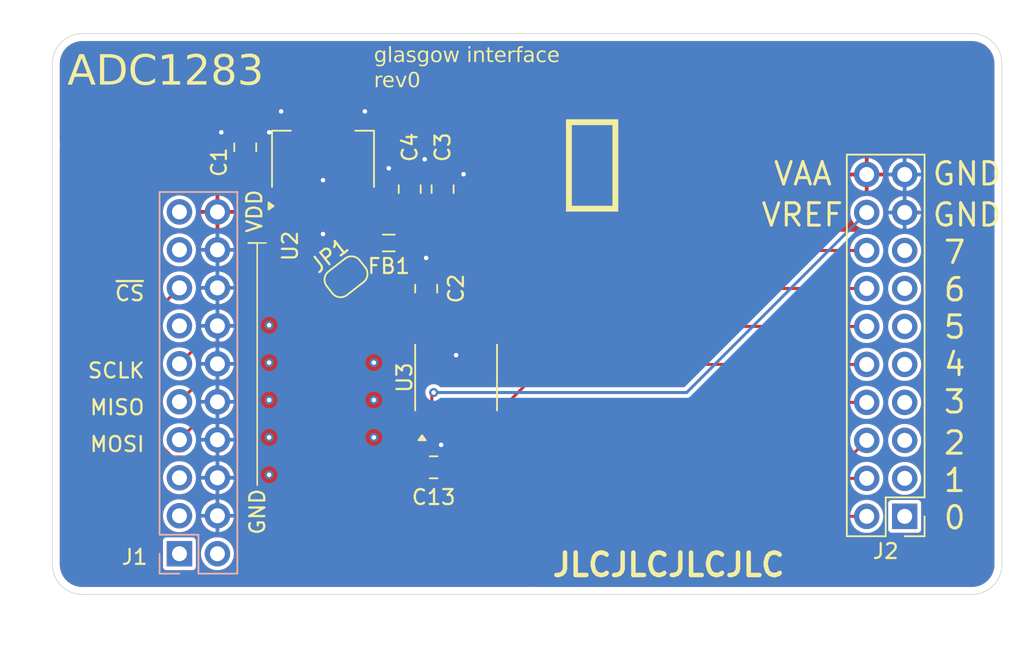
<source format=kicad_pcb>
(kicad_pcb (version 20240108) (generator "pcbnew") (generator_version "8.0")
  (layers (0 "F.Cu" signal) (1 "In1.Cu" signal) (2 "In2.Cu" signal) (31 "B.Cu" signal) (34 "B.Paste" user) (35 "F.Paste" user) (36 "B.SilkS" user "B.Silkscreen") (37 "F.SilkS" user "F.Silkscreen") (38 "B.Mask" user) (39 "F.Mask" user) (44 "Edge.Cuts" user))
  (net 0 "")
  (net 1 "VDD")
  (net 2 "GND")
  (net 3 "VAA")
  (net 4 "/AIN0N")
  (net 5 "/AIN1N")
  (net 6 "/AIN2N")
  (net 7 "/AIN3N")
  (net 8 "/AIN4N")
  (net 9 "/AIN5N")
  (net 10 "/AIN6N")
  (net 11 "/AIN7N")
  (net 13 "/VREFIN")
  (net 14 "/SCLK")
  (net 15 "/MOSI")
  (net 16 "/MISO")
  (net 17 "/~{CS}")
  (net 26 "Net-(JP1-B)")
  (footprint "Capacitor_SMD:C_0805_2012Metric" (layer "F.Cu") (at 117.6 98.4 90)
    (property "Reference" "C3" (at 2.8 0 -90) (layer "F.SilkS"))
    (property "Value" "4.7uF")
    (fp_line (start -0.261253 -0.735) (end 0.261253 -0.735) (stroke (width 0.12)) (layer "F.SilkS"))
    (fp_line (start -0.261253 0.735) (end 0.261253 0.735) (stroke (width 0.12)) (layer "F.SilkS"))
    (pad "1" smd roundrect (at -0.949999 0 90) (size 1 1.45) (layers "F.Cu" "F.Paste" "F.Mask") (net 3 "VAA"))
    (pad "2" smd roundrect (at 0.949999 0 90) (size 1 1.45) (layers "F.Cu" "F.Paste" "F.Mask") (net 2 "GND"))
  )
  (footprint "Package_TO_SOT_SMD:SOT-223-3_TabPin2" (layer "F.Cu") (at 109.6 96.4 90)
    (property "Reference" "U2" (at -5.8 -2.2 -90) (layer "F.SilkS"))
    (property "Value" "LT1963AxST-3.3")
    (fp_line (start -1.85 -3.410001) (end 1.91 -3.41) (stroke (width 0.12)) (layer "F.SilkS"))
    (fp_line (start 1.91 -3.41) (end 1.91 -2.150001) (stroke (width 0.12)) (layer "F.SilkS"))
    (fp_line (start 1.91 3.41) (end 1.91 2.150001) (stroke (width 0.12)) (layer "F.SilkS"))
    (fp_line (start -1.85 3.410001) (end 1.91 3.41) (stroke (width 0.12)) (layer "F.SilkS"))
    (fp_poly (pts (xy -3.13 -3.31) (xy -3.37 -3.64) (xy -2.89 -3.64) (xy -3.13 -3.31)) (stroke (width 0.12)) (fill solid) (layer "F.SilkS"))
    (pad "1" smd roundrect (at -3.15 -2.3 90) (size 2 1.5) (layers "F.Cu" "F.Paste" "F.Mask") (net 1 "VDD"))
    (pad "2" smd roundrect (at -3.149999 0 90) (size 2 1.5) (layers "F.Cu" "F.Paste" "F.Mask") (net 2 "GND"))
    (pad "2" smd roundrect (at 3.149999 0 90) (size 2 3.8) (layers "F.Cu" "F.Paste" "F.Mask") (net 2 "GND"))
    (pad "3" smd roundrect (at -3.15 2.3 90) (size 2 1.5) (layers "F.Cu" "F.Paste" "F.Mask") (net 26 "Net-(JP1-B)"))
  )
  (footprint "Package_SO:TSSOP-16_4.4x5mm_P0.65mm" (layer "F.Cu") (at 118.5 111 90)
    (property "Reference" "U3" (at 0 -3.449999 270) (layer "F.SilkS"))
    (property "Value" "ADC1283")
    (fp_line (start 0 -2.735) (end 2.2 -2.735) (stroke (width 0.12)) (layer "F.SilkS"))
    (fp_line (start 0 -2.735) (end -2.2 -2.735) (stroke (width 0.12)) (layer "F.SilkS"))
    (fp_line (start 0 2.735) (end 2.2 2.735) (stroke (width 0.12)) (layer "F.SilkS"))
    (fp_line (start 0 2.735) (end -2.2 2.735) (stroke (width 0.12)) (layer "F.SilkS"))
    (fp_poly (pts (xy -3.86 -2.275) (xy -4.19 -2.515) (xy -4.19 -2.035) (xy -3.86 -2.275)) (stroke (width 0.12)) (fill solid) (layer "F.SilkS"))
    (pad "1" smd roundrect (at -2.8625 -2.275 90) (size 1.475 0.4) (layers "F.Cu" "F.Paste" "F.Mask") (net 17 "/~{CS}"))
    (pad "2" smd roundrect (at -2.8625 -1.625 90) (size 1.475 0.4) (layers "F.Cu" "F.Paste" "F.Mask") (net 13 "/VREFIN"))
    (pad "3" smd roundrect (at -2.8625 -0.975 90) (size 1.475 0.4) (layers "F.Cu" "F.Paste" "F.Mask") (net 2 "GND"))
    (pad "4" smd roundrect (at -2.8625 -0.325 90) (size 1.475 0.4) (layers "F.Cu" "F.Paste" "F.Mask") (net 4 "/AIN0N"))
    (pad "5" smd roundrect (at -2.8625 0.325 90) (size 1.475 0.4) (layers "F.Cu" "F.Paste" "F.Mask") (net 5 "/AIN1N"))
    (pad "6" smd roundrect (at -2.8625 0.975 90) (size 1.475 0.4) (layers "F.Cu" "F.Paste" "F.Mask") (net 6 "/AIN2N"))
    (pad "7" smd roundrect (at -2.8625 1.625 90) (size 1.475 0.4) (layers "F.Cu" "F.Paste" "F.Mask") (net 7 "/AIN3N"))
    (pad "8" smd roundrect (at -2.8625 2.275 90) (size 1.475 0.4) (layers "F.Cu" "F.Paste" "F.Mask") (net 8 "/AIN4N"))
    (pad "9" smd roundrect (at 2.8625 2.275 90) (size 1.475 0.4) (layers "F.Cu" "F.Paste" "F.Mask") (net 9 "/AIN5N"))
    (pad "10" smd roundrect (at 2.8625 1.625 90) (size 1.475 0.4) (layers "F.Cu" "F.Paste" "F.Mask") (net 10 "/AIN6N"))
    (pad "11" smd roundrect (at 2.8625 0.975 90) (size 1.475 0.4) (layers "F.Cu" "F.Paste" "F.Mask") (net 11 "/AIN7N"))
    (pad "12" smd roundrect (at 2.8625 0.325 90) (size 1.475 0.4) (layers "F.Cu" "F.Paste" "F.Mask") (net 2 "GND"))
    (pad "13" smd roundrect (at 2.8625 -0.325 90) (size 1.475 0.4) (layers "F.Cu" "F.Paste" "F.Mask") (net 1 "VDD"))
    (pad "14" smd roundrect (at 2.8625 -0.975 90) (size 1.475 0.4) (layers "F.Cu" "F.Paste" "F.Mask") (net 15 "/MOSI"))
    (pad "15" smd roundrect (at 2.8625 -1.625 90) (size 1.475 0.4) (layers "F.Cu" "F.Paste" "F.Mask") (net 16 "/MISO"))
    (pad "16" smd roundrect (at 2.8625 -2.275 90) (size 1.475 0.4) (layers "F.Cu" "F.Paste" "F.Mask") (net 14 "/SCLK"))
  )
  (footprint "Jumper:SolderJumper-2_P1.3mm_Open_RoundedPad1.0x1.5mm" (layer "F.Cu") (at 111.140381 104.259619 38)
    (property "Reference" "JP1" (at 0 -1.8 38) (layer "F.SilkS"))
    (property "Value" "VDirect")
    (fp_line (start -0.7 -1) (end 0.700001 -1) (stroke (width 0.12)) (layer "F.SilkS"))
    (fp_line (start -1.399999 0.3) (end -1.4 -0.3) (stroke (width 0.12)) (layer "F.SilkS"))
    (fp_line (start 1.399999 -0.3) (end 1.4 0.3) (stroke (width 0.12)) (layer "F.SilkS"))
    (fp_line (start 0.7 1) (end -0.700001 1) (stroke (width 0.12)) (layer "F.SilkS"))
    (fp_arc (start -1.4 -0.3) (mid -1.194974 -0.794975) (end -0.7 -1) (stroke (width 0.12)) (layer "F.SilkS"))
    (fp_arc (start 0.700001 -1) (mid 1.194975 -0.794974) (end 1.399999 -0.3) (stroke (width 0.12)) (layer "F.SilkS"))
    (fp_arc (start -0.700001 1) (mid -1.194975 0.794974) (end -1.399999 0.3) (stroke (width 0.12)) (layer "F.SilkS"))
    (fp_arc (start 1.4 0.3) (mid 1.194975 0.794974) (end 0.7 1) (stroke (width 0.12)) (layer "F.SilkS"))
    (pad "1" smd custom (at -0.649999 -0.000001 38) (size 1 0.5) (layers "F.Cu" "F.Mask") (net 1 "VDD") (options (clearance outline) (anchor rect)) (primitives (gr_circle (center 0 0.25) (end 0.5 0.25) (width 0) (fill yes)) (gr_circle (center 0 -0.25) (end 0.5 -0.25) (width 0) (fill yes)) (gr_poly (pts (xy 0.5 0.75) (xy 0 0.75) (xy 0 -0.75) (xy 0.5 -0.75)) (width 0) (fill yes))))
    (pad "2" smd custom (at 0.649999 0.000001 38) (size 1 0.5) (layers "F.Cu" "F.Mask") (net 26 "Net-(JP1-B)") (options (clearance outline) (anchor rect)) (primitives (gr_circle (center 0 0.25) (end 0.5 0.25) (width 0) (fill yes)) (gr_circle (center 0 -0.25) (end 0.5 -0.25) (width 0) (fill yes)) (gr_poly (pts (xy 0 0.75) (xy -0.5 0.75) (xy -0.5 -0.75) (xy 0 -0.75)) (width 0) (fill yes))))
  )
  (footprint "Capacitor_SMD:C_0805_2012Metric" (layer "F.Cu") (at 117 117)
    (property "Reference" "C13" (at 0 2 360) (layer "F.SilkS"))
    (property "Value" "100nF")
    (fp_line (start -0.261253 -0.735) (end 0.261253 -0.735) (stroke (width 0.12)) (layer "F.SilkS"))
    (fp_line (start -0.261253 0.735) (end 0.261253 0.735) (stroke (width 0.12)) (layer "F.SilkS"))
    (pad "1" smd roundrect (at -0.949999 0) (size 1 1.45) (layers "F.Cu" "F.Paste" "F.Mask") (net 13 "/VREFIN"))
    (pad "2" smd roundrect (at 0.949999 0) (size 1 1.45) (layers "F.Cu" "F.Paste" "F.Mask") (net 2 "GND"))
  )
  (footprint "Capacitor_SMD:C_0805_2012Metric" (layer "F.Cu") (at 116.5 105.050001 90)
    (property "Reference" "C2" (at 0 2.000001 270) (layer "F.SilkS"))
    (property "Value" "1uF")
    (fp_line (start -0.261253 -0.735) (end 0.261253 -0.735) (stroke (width 0.12)) (layer "F.SilkS"))
    (fp_line (start -0.261253 0.735) (end 0.261253 0.735) (stroke (width 0.12)) (layer "F.SilkS"))
    (pad "1" smd roundrect (at -0.949999 0 90) (size 1 1.45) (layers "F.Cu" "F.Paste" "F.Mask") (net 1 "VDD"))
    (pad "2" smd roundrect (at 0.949999 0 90) (size 1 1.45) (layers "F.Cu" "F.Paste" "F.Mask") (net 2 "GND"))
  )
  (footprint "Inductor_SMD:L_0805_2012Metric" (layer "F.Cu") (at 114 102 180)
    (property "Reference" "FB1" (at 0 -1.550001 180) (layer "F.SilkS"))
    (property "Value" "FB")
    (fp_line (start -0.399622 0.56) (end 0.399622 0.56) (stroke (width 0.12)) (layer "F.SilkS"))
    (fp_line (start -0.399622 -0.56) (end 0.399622 -0.56) (stroke (width 0.12)) (layer "F.SilkS"))
    (pad "1" smd roundrect (at -1.0625 0 180) (size 0.875 1.2) (layers "F.Cu" "F.Paste" "F.Mask") (net 3 "VAA"))
    (pad "2" smd roundrect (at 1.0625 0 180) (size 0.875 1.2) (layers "F.Cu" "F.Paste" "F.Mask") (net 26 "Net-(JP1-B)"))
  )
  (footprint "Connector_PinHeader_2.54mm:PinHeader_2x10_P2.54mm_Vertical" (layer "F.Cu") (at 148.5 120.28 180)
    (property "Reference" "J2" (at 1.27 -2.33 180) (layer "F.SilkS"))
    (property "Value" "Conn_01x20")
    (fp_line (start 3.87 -1.33) (end 3.87 24.19) (stroke (width 0.12)) (layer "F.SilkS"))
    (fp_line (start 1.27 1.27) (end 1.27 -1.33) (stroke (width 0.12)) (layer "F.SilkS"))
    (fp_line (start 1.27 -1.33) (end 3.87 -1.33) (stroke (width 0.12)) (layer "F.SilkS"))
    (fp_line (start -1.33 24.19) (end 3.87 24.19) (stroke (width 0.12)) (layer "F.SilkS"))
    (fp_line (start -1.33 1.27) (end 1.27 1.27) (stroke (width 0.12)) (layer "F.SilkS"))
    (fp_line (start -1.33 1.27) (end -1.33 24.19) (stroke (width 0.12)) (layer "F.SilkS"))
    (fp_line (start -1.33 0) (end -1.33 -1.33) (stroke (width 0.12)) (layer "F.SilkS"))
    (fp_line (start -1.33 -1.33) (end 0 -1.33) (stroke (width 0.12)) (layer "F.SilkS"))
    (pad "1" thru_hole rect (at 0 0 180) (size 1.7 1.7) (drill 1) (layers "*.Cu" "*.Mask"))
    (pad "2" thru_hole oval (at 2.54 0 180) (size 1.7 1.7) (drill 1) (layers "*.Cu" "*.Mask") (net 4 "/AIN0N"))
    (pad "3" thru_hole oval (at 0 2.54 180) (size 1.7 1.7) (drill 1) (layers "*.Cu" "*.Mask"))
    (pad "4" thru_hole oval (at 2.54 2.54 180) (size 1.7 1.7) (drill 1) (layers "*.Cu" "*.Mask") (net 5 "/AIN1N"))
    (pad "5" thru_hole oval (at 0 5.08 180) (size 1.7 1.7) (drill 1) (layers "*.Cu" "*.Mask"))
    (pad "6" thru_hole oval (at 2.54 5.08 180) (size 1.7 1.7) (drill 1) (layers "*.Cu" "*.Mask") (net 6 "/AIN2N"))
    (pad "7" thru_hole oval (at 0 7.62 180) (size 1.7 1.7) (drill 1) (layers "*.Cu" "*.Mask"))
    (pad "8" thru_hole oval (at 2.54 7.62 180) (size 1.7 1.7) (drill 1) (layers "*.Cu" "*.Mask") (net 7 "/AIN3N"))
    (pad "9" thru_hole oval (at 0 10.16 180) (size 1.7 1.7) (drill 1) (layers "*.Cu" "*.Mask"))
    (pad "10" thru_hole oval (at 2.54 10.16 180) (size 1.7 1.7) (drill 1) (layers "*.Cu" "*.Mask") (net 8 "/AIN4N"))
    (pad "11" thru_hole oval (at 0 12.7 180) (size 1.7 1.7) (drill 1) (layers "*.Cu" "*.Mask"))
    (pad "12" thru_hole oval (at 2.54 12.7 180) (size 1.7 1.7) (drill 1) (layers "*.Cu" "*.Mask") (net 9 "/AIN5N"))
    (pad "13" thru_hole oval (at 0 15.24 180) (size 1.7 1.7) (drill 1) (layers "*.Cu" "*.Mask"))
    (pad "14" thru_hole oval (at 2.54 15.24 180) (size 1.7 1.7) (drill 1) (layers "*.Cu" "*.Mask") (net 10 "/AIN6N"))
    (pad "15" thru_hole oval (at 0 17.78 180) (size 1.7 1.7) (drill 1) (layers "*.Cu" "*.Mask"))
    (pad "16" thru_hole oval (at 2.54 17.78 180) (size 1.7 1.7) (drill 1) (layers "*.Cu" "*.Mask") (net 11 "/AIN7N"))
    (pad "17" thru_hole oval (at 0 20.32 180) (size 1.7 1.7) (drill 1) (layers "*.Cu" "*.Mask") (net 2 "GND"))
    (pad "18" thru_hole oval (at 2.54 20.32 180) (size 1.7 1.7) (drill 1) (layers "*.Cu" "*.Mask") (net 13 "/VREFIN"))
    (pad "19" thru_hole oval (at 0 22.86 180) (size 1.7 1.7) (drill 1) (layers "*.Cu" "*.Mask") (net 2 "GND"))
    (pad "20" thru_hole oval (at 2.54 22.86 180) (size 1.7 1.7) (drill 1) (layers "*.Cu" "*.Mask") (net 3 "VAA"))
  )
  (footprint "Capacitor_SMD:C_0805_2012Metric" (layer "F.Cu") (at 104.4 95.6 90)
    (property "Reference" "C1" (at -1 -1.75 -90) (layer "F.SilkS"))
    (property "Value" "4.7uF")
    (fp_line (start -0.261253 -0.735) (end 0.261253 -0.735) (stroke (width 0.12)) (layer "F.SilkS"))
    (fp_line (start -0.261253 0.735) (end 0.261253 0.735) (stroke (width 0.12)) (layer "F.SilkS"))
    (pad "1" smd roundrect (at -0.949999 0 90) (size 1 1.45) (layers "F.Cu" "F.Paste" "F.Mask") (net 1 "VDD"))
    (pad "2" smd roundrect (at 0.949999 0 90) (size 1 1.45) (layers "F.Cu" "F.Paste" "F.Mask") (net 2 "GND"))
  )
  (footprint "Capacitor_SMD:C_0805_2012Metric" (layer "F.Cu") (at 115.4 98.4 90)
    (property "Reference" "C4" (at 2.8 0 -90) (layer "F.SilkS"))
    (property "Value" "1uF")
    (fp_line (start -0.261253 -0.735) (end 0.261253 -0.735) (stroke (width 0.12)) (layer "F.SilkS"))
    (fp_line (start -0.261253 0.735) (end 0.261253 0.735) (stroke (width 0.12)) (layer "F.SilkS"))
    (pad "1" smd roundrect (at -0.949999 0 90) (size 1 1.45) (layers "F.Cu" "F.Paste" "F.Mask") (net 3 "VAA"))
    (pad "2" smd roundrect (at 0.949999 0 90) (size 1 1.45) (layers "F.Cu" "F.Paste" "F.Mask") (net 2 "GND"))
  )
  (footprint "Connector_PinHeader_2.54mm:PinHeader_2x10_P2.54mm_Vertical" (layer "B.Cu") (at 100 122.780001)
    (property "Reference" "J1" (at -3 0.219999 0) (layer "F.SilkS"))
    (property "Value" "Glasgow")
    (fp_line (start -1.33 -24.19) (end -1.33 -1.270001) (stroke (width 0.12)) (layer "B.SilkS"))
    (fp_line (start -1.33 1.33) (end -1.33 0) (stroke (width 0.12)) (layer "B.SilkS"))
    (fp_line (start 0 1.33) (end -1.33 1.33) (stroke (width 0.12)) (layer "B.SilkS"))
    (fp_line (start 1.27 -1.27) (end -1.33 -1.270001) (stroke (width 0.12)) (layer "B.SilkS"))
    (fp_line (start 1.270001 1.33) (end 1.27 -1.27) (stroke (width 0.12)) (layer "B.SilkS"))
    (fp_line (start 3.87 -24.19) (end -1.33 -24.19) (stroke (width 0.12)) (layer "B.SilkS"))
    (fp_line (start 3.87 -24.19) (end 3.87 1.33) (stroke (width 0.12)) (layer "B.SilkS"))
    (fp_line (start 3.87 1.33) (end 1.270001 1.33) (stroke (width 0.12)) (layer "B.SilkS"))
    (pad "1" thru_hole rect (at 0 0) (size 1.7 1.7) (drill 1) (layers "*.Cu" "*.Mask"))
    (pad "2" thru_hole oval (at 2.54 0) (size 1.7 1.7) (drill 1) (layers "*.Cu" "*.Mask"))
    (pad "3" thru_hole oval (at 0 -2.54) (size 1.7 1.7) (drill 1) (layers "*.Cu" "*.Mask"))
    (pad "4" thru_hole oval (at 2.54 -2.54) (size 1.7 1.7) (drill 1) (layers "*.Cu" "*.Mask") (net 2 "GND"))
    (pad "5" thru_hole oval (at 0 -5.079999) (size 1.7 1.7) (drill 1) (layers "*.Cu" "*.Mask"))
    (pad "6" thru_hole oval (at 2.54 -5.08) (size 1.7 1.7) (drill 1) (layers "*.Cu" "*.Mask") (net 2 "GND"))
    (pad "7" thru_hole oval (at 0 -7.62) (size 1.7 1.7) (drill 1) (layers "*.Cu" "*.Mask") (net 15 "/MOSI"))
    (pad "8" thru_hole oval (at 2.54 -7.62) (size 1.7 1.7) (drill 1) (layers "*.Cu" "*.Mask") (net 2 "GND"))
    (pad "9" thru_hole oval (at 0 -10.16) (size 1.7 1.7) (drill 1) (layers "*.Cu" "*.Mask") (net 16 "/MISO"))
    (pad "10" thru_hole oval (at 2.54 -10.16) (size 1.7 1.7) (drill 1) (layers "*.Cu" "*.Mask") (net 2 "GND"))
    (pad "11" thru_hole oval (at 0 -12.7) (size 1.7 1.7) (drill 1) (layers "*.Cu" "*.Mask") (net 14 "/SCLK"))
    (pad "12" thru_hole oval (at 2.54 -12.7) (size 1.7 1.7) (drill 1) (layers "*.Cu" "*.Mask") (net 2 "GND"))
    (pad "13" thru_hole oval (at 0 -15.24) (size 1.7 1.7) (drill 1) (layers "*.Cu" "*.Mask"))
    (pad "14" thru_hole oval (at 2.54 -15.24) (size 1.7 1.7) (drill 1) (layers "*.Cu" "*.Mask") (net 2 "GND"))
    (pad "15" thru_hole oval (at 0 -17.780001) (size 1.7 1.7) (drill 1) (layers "*.Cu" "*.Mask") (net 17 "/~{CS}"))
    (pad "16" thru_hole oval (at 2.54 -17.78) (size 1.7 1.7) (drill 1) (layers "*.Cu" "*.Mask") (net 2 "GND"))
    (pad "17" thru_hole oval (at 0 -20.32) (size 1.7 1.7) (drill 1) (layers "*.Cu" "*.Mask"))
    (pad "18" thru_hole oval (at 2.54 -20.32) (size 1.7 1.7) (drill 1) (layers "*.Cu" "*.Mask") (net 2 "GND"))
    (pad "19" thru_hole oval (at 0 -22.86) (size 1.7 1.7) (drill 1) (layers "*.Cu" "*.Mask"))
    (pad "20" thru_hole oval (at 2.54 -22.86) (size 1.7 1.7) (drill 1) (layers "*.Cu" "*.Mask") (net 1 "VDD"))
  )
  (gr_line (start 105.2 118.2) (end 105.2 102) (stroke (width 0.1)) (layer "F.SilkS"))
  (gr_line (start 105.2 102) (end 104.6 102) (stroke (width 0.1)) (layer "F.SilkS"))
  (gr_line (start 104.6 102) (end 105.8 102) (stroke (width 0.1)) (layer "F.SilkS"))
  (gr_arc (start 155 123.5) (mid 154.414214 124.914214) (end 153 125.5) (stroke (width 0.05)) (layer "Edge.Cuts"))
  (gr_arc (start 153 88) (mid 154.414214 88.585786) (end 155 90) (stroke (width 0.05)) (layer "Edge.Cuts"))
  (gr_line (start 153 125.5) (end 93.5 125.5) (stroke (width 0.05)) (layer "Edge.Cuts"))
  (gr_line (start 155 90) (end 155 123.5) (stroke (width 0.05)) (layer "Edge.Cuts"))
  (gr_arc (start 93.5 125.5) (mid 92.085786 124.914214) (end 91.5 123.5) (stroke (width 0.05)) (layer "Edge.Cuts"))
  (gr_line (start 91.5 123.5) (end 91.5 90) (stroke (width 0.05)) (layer "Edge.Cuts"))
  (gr_arc (start 91.5 90) (mid 92.085786 88.585786) (end 93.5 88) (stroke (width 0.05)) (layer "Edge.Cuts"))
  (gr_line (start 93.5 88) (end 153 88) (stroke (width 0.05)) (layer "Edge.Cuts"))
  (gr_text "7" (at 151 103.5 0) (layer "F.SilkS") (effects (font (size 1.5 1.5) (thickness 0.2)) (justify left bottom)))
  (gr_text "勘" (at 125.5 99.5 0) (layer "F.SilkS") (effects (font (size 5 5) (thickness 0.3) (bold yes)) (justify left bottom)))
  (gr_text "SCLK" (at 97.75 111.118165 0) (layer "F.SilkS") (effects (font (size 1 1) (thickness 0.153)) (justify right bottom)))
  (gr_text "~{CS}" (at 97.75 105.953777 0) (layer "F.SilkS") (effects (font (size 1 1) (thickness 0.153)) (justify right bottom)))
  (gr_text "3" (at 151 113.5 0) (layer "F.SilkS") (effects (font (size 1.5 1.5) (thickness 0.2)) (justify left bottom)))
  (gr_text "0" (at 151 121.25 0) (layer "F.SilkS") (effects (font (size 1.5 1.5) (thickness 0.2)) (justify left bottom)))
  (gr_text "glasgow interface\nrev0" (at 113 91.75 0) (layer "F.SilkS") (effects (font (size 1 1)) (justify left bottom)))
  (gr_text "2" (at 151 116.25 0) (layer "F.SilkS") (effects (font (size 1.5 1.5) (thickness 0.2)) (justify left bottom)))
  (gr_text "VREF" (at 144.5 101 0) (layer "F.SilkS") (effects (font (size 1.5 1.5) (thickness 0.2)) (justify right bottom)))
  (gr_text "5" (at 151 108.5 0) (layer "F.SilkS") (effects (font (size 1.5 1.5) (thickness 0.2)) (justify left bottom)))
  (gr_text "JLCJLCJLCJLC" (at 124.8 124.4 0) (layer "F.SilkS") (effects (font (size 1.5 1.5) (thickness 0.3) (bold yes)) (justify left bottom)))
  (gr_text "VAA" (at 143.75 98.25 0) (layer "F.SilkS") (effects (font (size 1.5 1.5) (thickness 0.2)) (justify right bottom)))
  (gr_text "1" (at 151 118.75 0) (layer "F.SilkS") (effects (font (size 1.5 1.5) (thickness 0.2)) (justify left bottom)))
  (gr_text "GND" (at 150.25 98.25 0) (layer "F.SilkS") (effects (font (size 1.5 1.5) (thickness 0.2)) (justify left bottom)))
  (gr_text "4" (at 151 111 0) (layer "F.SilkS") (effects (font (size 1.5 1.5) (thickness 0.2)) (justify left bottom)))
  (gr_text "MISO" (at 97.75 113.578776 0) (layer "F.SilkS") (effects (font (size 1 1) (thickness 0.153)) (justify right bottom)))
  (gr_text "GND" (at 150.25 101 0) (layer "F.SilkS") (effects (font (size 1.5 1.5) (thickness 0.2)) (justify left bottom)))
  (gr_text "ADC1283\n" (at 92.5 91.75 0) (layer "F.SilkS") (effects (font (size 2 2) (thickness 0.2)) (justify left bottom)))
  (gr_text "6" (at 151 106 0) (layer "F.SilkS") (effects (font (size 1.5 1.5) (thickness 0.2)) (justify left bottom)))
  (gr_text "MOSI" (at 97.75 116.039387 0) (layer "F.SilkS") (effects (font (size 1 1) (thickness 0.153)) (justify right bottom)))
  (gr_text "VDD" (at 105.6 101.4 90) (layer "F.SilkS") (effects (font (size 1 1) (thickness 0.153)) (justify left bottom)))
  (gr_text "GND" (at 105.8 121.6 90) (layer "F.SilkS") (effects (font (size 1 1) (thickness 0.153)) (justify left bottom)))
  (segment (start 118.175 108.1375) (end 118.175 107.400001) (width 0.2) (layer "F.Cu") (net 1))
  (segment (start 116.774999 106) (end 116.5 106) (width 0.2) (layer "F.Cu") (net 1))
  (segment (start 116.5 106) (end 114.5 106) (width 0.5) (layer "F.Cu") (net 1))
  (segment (start 118.175 107.400001) (end 116.774999 106) (width 0.2) (layer "F.Cu") (net 1))
  (segment (start 114.5 106) (end 112.5 108) (width 0.5) (layer "F.Cu") (net 1))
  (via (at 106 117.5) (size 0.6) (drill 0.3) (layers "F.Cu" "B.Cu") (net 1))
  (via (at 106 107.5) (size 0.6) (drill 0.3) (layers "F.Cu" "B.Cu") (net 1))
  (via (at 106 110) (size 0.6) (drill 0.3) (layers "F.Cu" "B.Cu") (net 1))
  (via (at 106 115) (size 0.6) (drill 0.3) (layers "F.Cu" "B.Cu") (net 1))
  (via (at 113 115) (size 0.6) (drill 0.3) (layers "F.Cu" "B.Cu") (net 1))
  (via (at 106 112.5) (size 0.6) (drill 0.3) (layers "F.Cu" "B.Cu") (net 1))
  (via (at 113 110) (size 0.6) (drill 0.3) (layers "F.Cu" "B.Cu") (net 1))
  (via (at 113 112.5) (size 0.6) (drill 0.3) (layers "F.Cu" "B.Cu") (net 1))
  (segment (start 117.6 97.450001) (end 118.949999 97.450001) (width 0.2) (layer "F.Cu") (net 2))
  (segment (start 112.4 93.2) (end 112.2 93.2) (width 0.2) (layer "F.Cu") (net 2))
  (segment (start 116.5 104.100002) (end 116.5 103) (width 0.2) (layer "F.Cu") (net 2))
  (segment (start 102.8 94.6) (end 104.349999 94.6) (width 0.2) (layer "F.Cu") (net 2))
  (segment (start 117.6 97.450001) (end 117.450001 97.450001) (width 0.2) (layer "F.Cu") (net 2))
  (segment (start 117.450001 97.450001) (end 116.4 96.4) (width 0.2) (layer "F.Cu") (net 2))
  (segment (start 112.2 93.2) (end 112.149999 93.250001) (width 0.2) (layer "F.Cu") (net 2))
  (segment (start 106.8 93.2) (end 106.850001 93.250001) (width 0.2) (layer "F.Cu") (net 2))
  (segment (start 118.949999 97.450001) (end 119 97.4) (width 0.2) (layer "F.Cu") (net 2))
  (segment (start 106.850001 93.250001) (end 109.6 93.250001) (width 0.2) (layer "F.Cu") (net 2))
  (segment (start 115.4 97.450001) (end 115.4 97.4) (width 0.2) (layer "F.Cu") (net 2))
  (segment (start 148.2 97.12) (end 148.5 97.42) (width 0.2) (layer "F.Cu") (net 2))
  (segment (start 109.6 101.4) (end 109.6 99.549999) (width 0.2) (layer "F.Cu") (net 2))
  (segment (start 112.149999 93.250001) (end 109.6 93.250001) (width 0.2) (layer "F.Cu") (net 2))
  (segment (start 109.6 97.8) (end 109.6 99.549999) (width 0.2) (layer "F.Cu") (net 2))
  (segment (start 115.4 97.4) (end 116.4 96.4) (width 0.2) (layer "F.Cu") (net 2))
  (segment (start 104.450001 94.6) (end 104.4 94.650001) (width 0.2) (layer "F.Cu") (net 2))
  (segment (start 118.825 109.175) (end 118.5 109.5) (width 0.2) (layer "F.Cu") (net 2))
  (segment (start 117.525 116.575001) (end 117.949999 117) (width 0.2) (layer "F.Cu") (net 2))
  (segment (start 114.450001 97.450001) (end 114 97) (width 0.2) (layer "F.Cu") (net 2))
  (segment (start 104.349999 94.6) (end 104.4 94.650001) (width 0.2) (layer "F.Cu") (net 2))
  (segment (start 115.4 97.450001) (end 114.450001 97.450001) (width 0.2) (layer "F.Cu") (net 2))
  (segment (start 118.825 108.1375) (end 118.825 109.175) (width 0.2) (layer "F.Cu") (net 2))
  (segment (start 117.525 113.8625) (end 117.525 116.575001) (width 0.2) (layer "F.Cu") (net 2))
  (segment (start 106 94.6) (end 104.450001 94.6) (width 0.2) (layer "F.Cu") (net 2))
  (via (at 102.8 94.6) (size 0.6) (drill 0.3) (layers "F.Cu" "B.Cu") (net 2))
  (via (at 118.5 109.5) (size 0.6) (drill 0.3) (layers "F.Cu" "B.Cu") (net 2))
  (via (at 119 97.4) (size 0.6) (drill 0.3) (layers "F.Cu" "B.Cu") (net 2))
  (via (at 114 97) (size 0.6) (drill 0.3) (layers "F.Cu" "B.Cu") (net 2))
  (via (at 116.5 103) (size 0.6) (drill 0.3) (layers "F.Cu" "B.Cu") (net 2))
  (via (at 112.4 93.2) (size 0.6) (drill 0.3) (layers "F.Cu" "B.Cu") (net 2))
  (via (at 117.5 115.5) (size 0.6) (drill 0.3) (layers "F.Cu" "B.Cu") (net 2))
  (via (at 116.4 96.4) (size 0.6) (drill 0.3) (layers "F.Cu" "B.Cu") (net 2))
  (via (at 109.6 101.4) (size 0.6) (drill 0.3) (layers "F.Cu" "B.Cu") (net 2))
  (via (at 109.6 97.8) (size 0.6) (drill 0.3) (layers "F.Cu" "B.Cu") (net 2))
  (via (at 106.8 93.2) (size 0.6) (drill 0.3) (layers "F.Cu" "B.Cu") (net 2))
  (via (at 106 94.6) (size 0.6) (drill 0.3) (layers "F.Cu" "B.Cu") (net 2))
  (segment (start 123.855001 120.28) (end 145.96 120.28) (width 0.2) (layer "F.Cu") (net 4))
  (segment (start 118.175 113.8625) (end 118.175 114.599999) (width 0.2) (layer "F.Cu") (net 4))
  (segment (start 118.175 114.599999) (end 123.855001 120.28) (width 0.2) (layer "F.Cu") (net 4))
  (segment (start 118.825 113.8625) (end 118.825 114.599999) (width 0.2) (layer "F.Cu") (net 5))
  (segment (start 118.825 114.599999) (end 121.965001 117.74) (width 0.2) (layer "F.Cu") (net 5))
  (segment (start 121.965001 117.74) (end 145.96 117.74) (width 0.2) (layer "F.Cu") (net 5))
  (segment (start 120.925001 116.05) (end 145.11 116.05) (width 0.2) (layer "F.Cu") (net 6))
  (segment (start 145.11 116.05) (end 145.96 115.2) (width 0.2) (layer "F.Cu") (net 6))
  (segment (start 119.475 113.8625) (end 119.475 114.599999) (width 0.2) (layer "F.Cu") (net 6))
  (segment (start 119.475 114.599999) (end 120.925001 116.05) (width 0.2) (layer "F.Cu") (net 6))
  (segment (start 124.6 114.9) (end 120.425001 114.9) (width 0.2) (layer "F.Cu") (net 7))
  (segment (start 120.425001 114.9) (end 120.125 114.599999) (width 0.2) (layer "F.Cu") (net 7))
  (segment (start 126.84 112.66) (end 124.6 114.9) (width 0.2) (layer "F.Cu") (net 7))
  (segment (start 120.125 114.599999) (end 120.125 113.8625) (width 0.2) (layer "F.Cu") (net 7))
  (segment (start 145.96 112.66) (end 126.84 112.66) (width 0.2) (layer "F.Cu") (net 7))
  (segment (start 124.5175 110.12) (end 120.775 113.8625) (width 0.2) (layer "F.Cu") (net 8))
  (segment (start 145.96 110.12) (end 124.5175 110.12) (width 0.2) (layer "F.Cu") (net 8))
  (segment (start 120.775 108.1375) (end 121.3325 107.58) (width 0.2) (layer "F.Cu") (net 9))
  (segment (start 121.3325 107.58) (end 145.96 107.58) (width 0.2) (layer "F.Cu") (net 9))
  (segment (start 120.125 107.400001) (end 122.485001 105.04) (width 0.2) (layer "F.Cu") (net 10))
  (segment (start 120.125 108.1375) (end 120.125 107.400001) (width 0.2) (layer "F.Cu") (net 10))
  (segment (start 122.485001 105.04) (end 145.96 105.04) (width 0.2) (layer "F.Cu") (net 10))
  (segment (start 119.475 108.1375) (end 119.475 107.400001) (width 0.2) (layer "F.Cu") (net 11))
  (segment (start 119.475 107.400001) (end 124.375001 102.5) (width 0.2) (layer "F.Cu") (net 11))
  (segment (start 124.375001 102.5) (end 145.96 102.5) (width 0.2) (layer "F.Cu") (net 11))
  (segment (start 116.875 113.8625) (end 116.875 112.125) (width 0.2) (layer "F.Cu") (net 13))
  (segment (start 116.875 116.175001) (end 116.050001 117) (width 0.2) (layer "F.Cu") (net 13))
  (segment (start 116.875 113.8625) (end 116.875 116.175001) (width 0.2) (layer "F.Cu") (net 13))
  (segment (start 116.875 112.125) (end 117 112) (width 0.2) (layer "F.Cu") (net 13))
  (via (at 117 112) (size 0.6) (drill 0.3) (layers "F.Cu" "B.Cu") (net 13))
  (segment (start 145.96 99.96) (end 133.92 112) (width 0.2) (layer "B.Cu") (net 13))
  (segment (start 133.92 112) (end 117 112) (width 0.2) (layer "B.Cu") (net 13))
  (segment (start 101.39 108.690001) (end 100 110.080001) (width 0.2) (layer "F.Cu") (net 14))
  (segment (start 115.672499 108.690001) (end 101.39 108.690001) (width 0.2) (layer "F.Cu") (net 14))
  (segment (start 116.225 108.1375) (end 115.672499 108.690001) (width 0.2) (layer "F.Cu") (net 14))
  (segment (start 113.5 114) (end 101.160001 114) (width 0.2) (layer "F.Cu") (net 15))
  (segment (start 117.525 109.975) (end 113.5 114) (width 0.2) (layer "F.Cu") (net 15))
  (segment (start 101.160001 114) (end 100 115.160001) (width 0.2) (layer "F.Cu") (net 15))
  (segment (start 117.525 108.1375) (end 117.525 109.975) (width 0.2) (layer "F.Cu") (net 15))
  (segment (start 116.875 108.1375) (end 116.875 108.874999) (width 0.2) (layer "F.Cu") (net 16))
  (segment (start 101.39 111.230001) (end 100 112.620001) (width 0.2) (layer "F.Cu") (net 16))
  (segment (start 116.875 108.874999) (end 114.519998 111.230001) (width 0.2) (layer "F.Cu") (net 16))
  (segment (start 114.519998 111.230001) (end 101.39 111.230001) (width 0.2) (layer "F.Cu") (net 16))
  (segment (start 100 105) (end 98.5 106.5) (width 0.2) (layer "F.Cu") (net 17))
  (segment (start 115.802756 113.8625) (end 116.225 113.8625) (width 0.2) (layer "F.Cu") (net 17))
  (segment (start 99.523654 116.310001) (end 113.355255 116.310001) (width 0.2) (layer "F.Cu") (net 17))
  (segment (start 113.355255 116.310001) (end 115.802756 113.8625) (width 0.2) (layer "F.Cu") (net 17))
  (segment (start 98.5 106.5) (end 98.5 115.286347) (width 0.2) (layer "F.Cu") (net 17))
  (segment (start 98.5 115.286347) (end 99.523654 116.310001) (width 0.2) (layer "F.Cu") (net 17))
  (zone (net 26) (net_name "Net-(JP1-B)") (layer "F.Cu") (priority 1) (connect_pads (clearance 0.5)) (min_thickness 0.25) (fill yes (thermal_gap 0.5) (thermal_bridge_width 0.5))
    (polygon (pts (xy 110 102.8) (xy 112.2 105.6) (xy 114 103.6) (xy 114 97.8) (xy 110.8 97.8) (xy 110.8 102.2)))
  )
  (zone (net 1) (net_name "VDD") (layers "F.Cu" "In2.Cu") (priority 5) (connect_pads (clearance 0.253)) (min_thickness 0.253) (fill yes (thermal_gap 0.253) (thermal_bridge_width 0.253))
    (polygon (pts (xy 88 95.6) (xy 108.4 95.6) (xy 108.4 101) (xy 116.5 112) (xy 116.5 116) (xy 123.5 123) (xy 123.5 129.5) (xy 88 129.5)))
  )
  (zone (net 3) (net_name "VAA") (layers "F.Cu" "In2.Cu") (connect_pads (clearance 0.253)) (min_thickness 0.253) (fill yes (thermal_gap 0.253) (thermal_bridge_width 0.253))
    (polygon (pts (xy 89 86.25) (xy 89 128.25) (xy 156.5 127.75) (xy 156.5 85.75)))
  )
  (zone (net 0) (net_name "") (layers "F.Cu" "Edge.Cuts") (name "quiet area") (connect_pads (clearance 0)) (min_thickness 0.25)
    (keepout (tracks allowed) (vias allowed) (pads allowed) (copperpour not_allowed) (footprints allowed))
    (fill (thermal_gap 0.5) (thermal_bridge_width 0.5))
    (polygon (pts (xy 117.75 107.5) (xy 117.75 116.5) (xy 122.5 121.5) (xy 147.25 121.5) (xy 147.25 101.25) (xy 124 101.25)))
  )
  (zone (net 2) (net_name "GND") (layers "In1.Cu" "B.Cu") (connect_pads (clearance 0.253)) (min_thickness 0.253) (fill yes (thermal_gap 0.253) (thermal_bridge_width 0.253))
    (polygon (pts (xy 90 87) (xy 90 127) (xy 155.75 127) (xy 155.75 87)))
  )
)
</source>
